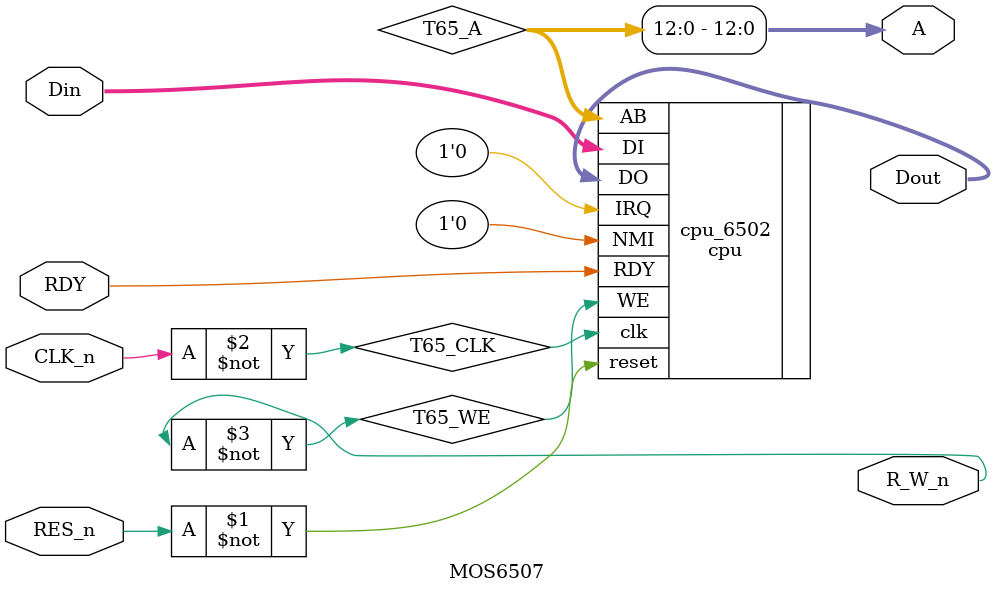
<source format=v>
/* Atari on an FPGA
Masters of Engineering Project
Cornell University, 2007
Daniel Beer
MOS6507.v
Wrapper for a 6502 CPU module that emulates the MOS 6507.
*/
module MOS6507 (A, // 13 bit address bus output
					Din, // 8 bit data in bus
					Dout, // 8 bit data out bus
					R_W_n, // Active low read/write output
					CLK_n, // Negated clock signal
					RDY, // Active high ready line
					RES_n); // Active low reset line

	output [12:0] A;
	input [7:0] Din;
	output [7:0] Dout;
	output R_W_n;
	input CLK_n;
	input RDY;
	input RES_n;

// module chip_6502 (
//     input           clk,    // FPGA clock
//     input           phi,    // 6502 clock
//     input           res,
//     input           so,
//     input           rdy,
//     input           nmi,
//     input           irq,
//     input     [7:0] dbi,
//     output    [7:0] dbo,
//     output          rw,
//     output          sync,
//     output   [15:0] ab);

	// chip_6502 c6502(
	// 	.clk(T65_CLK), // ~CLK_n),
	// 	.phi,
	// 	.res(~RES_n),
	// 	.so(1'b0),
	// 	.rdy(RDY),
	// 	.nmi(1'b0), // WHAT? shouldn't NMI be connected?
	// 	.irq(1'b0),
	// 	.dbi(Din),
	// 	.dbo(Dout),
	// 	.rw(~R_W_n),
	// 	.sync(),
	// 	.ab(T65_A)
	// );

// module cpu( clk, reset, AB, DI, DO, WE, IRQ, NMI, RDY );
// 	input clk;              // CPU clock
// 	input reset;            // reset signal
// 	output reg [15:0] AB;   // address bus
// 	input [7:0] DI;         // data in, read bus
// 	output [7:0] DO;        // data out, write bus
// 	output WE;              // write enable
// 	input IRQ;              // interrupt request
// 	input NMI;              // non-maskable interrupt request
// 	input RDY;              // Ready signal. Pauses CPU when RDY=0

	wire [15:0] T65_A;
	wire T65_CLK;
	wire T65_WE;
	cpu cpu_6502(
		.clk(T65_CLK),
		.reset(~RES_n),
		.AB(T65_A),
		.DI(Din),
		.DO(Dout),
		.WE(T65_WE),
		.IRQ(1'b0),
		.NMI(1'b0), // WHAT? shouldn't NMI be connected?
		.RDY(RDY)
	);
	assign A = T65_A[12:0];
	assign T65_CLK = ~CLK_n;
	assign T65_WE = ~R_W_n;

	// // Instatiate a 6502 and selectively connect used lines
	// wire [23:0] T65_A;
	// wire T65_CLK;
	// T65 t0(.Mode(2'b0), .Res_n(RES_n), .Clk(T65_CLK), .Rdy(RDY), .Abort_n(1'b1), .IRQ_n(1'b1),
	// 	.NMI_n(1'b1), .SO_n(1'b1), .R_W_n(R_W_n), .A(T65_A), .DI(Din), .DO(Dout),
	// 	.Sync(), .EF(), .MF(), .XF(), .ML_n(), .VP_n(), .VDA(), .VPA());
	// assign A = T65_A[12:0];
	// assign T65_CLK = ~CLK_n;

endmodule

</source>
